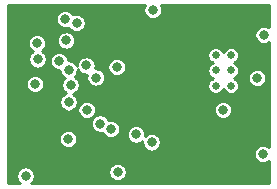
<source format=gbr>
G04 #@! TF.GenerationSoftware,KiCad,Pcbnew,(5.1.6)-1*
G04 #@! TF.CreationDate,2021-01-08T10:20:39+01:00*
G04 #@! TF.ProjectId,Lokdecoder_TI_altQuartz,4c6f6b64-6563-46f6-9465-725f54495f61,rev?*
G04 #@! TF.SameCoordinates,Original*
G04 #@! TF.FileFunction,Copper,L2,Inr*
G04 #@! TF.FilePolarity,Positive*
%FSLAX46Y46*%
G04 Gerber Fmt 4.6, Leading zero omitted, Abs format (unit mm)*
G04 Created by KiCad (PCBNEW (5.1.6)-1) date 2021-01-08 10:20:39*
%MOMM*%
%LPD*%
G01*
G04 APERTURE LIST*
G04 #@! TA.AperFunction,ViaPad*
%ADD10C,0.630000*%
G04 #@! TD*
G04 #@! TA.AperFunction,ViaPad*
%ADD11C,0.800000*%
G04 #@! TD*
G04 #@! TA.AperFunction,Conductor*
%ADD12C,0.254000*%
G04 #@! TD*
G04 APERTURE END LIST*
D10*
X65598000Y-108682000D03*
X65598000Y-109982000D03*
X66898000Y-109982000D03*
X66898000Y-108682000D03*
X65598000Y-111282000D03*
X66898000Y-111282000D03*
D11*
X50469800Y-107670600D03*
X49513159Y-118888841D03*
X50317400Y-111125000D03*
X53150002Y-109905800D03*
X54686200Y-113309400D03*
X57300342Y-118588764D03*
X60274200Y-104876600D03*
X55448200Y-110587798D03*
X53822600Y-105943400D03*
X49802215Y-112962039D03*
X56159400Y-109753400D03*
X57785000Y-114071400D03*
X65058982Y-116112982D03*
X57226200Y-109702600D03*
X54656439Y-109554148D03*
X69590002Y-117053400D03*
X56718200Y-114940999D03*
X66217800Y-113309400D03*
X53122668Y-115795033D03*
X60172600Y-116066000D03*
X58849998Y-115390998D03*
X55803800Y-114477800D03*
X52857400Y-105632458D03*
X52950315Y-107442000D03*
X52330064Y-109168798D03*
X50528902Y-109038591D03*
X53314600Y-111212800D03*
X53150002Y-112677843D03*
X69123000Y-110617000D03*
X69672200Y-106959400D03*
D12*
G36*
X59582087Y-104506658D02*
G01*
X59523213Y-104648791D01*
X59493200Y-104799678D01*
X59493200Y-104953522D01*
X59523213Y-105104409D01*
X59582087Y-105246542D01*
X59667558Y-105374459D01*
X59776341Y-105483242D01*
X59904258Y-105568713D01*
X60046391Y-105627587D01*
X60197278Y-105657600D01*
X60351122Y-105657600D01*
X60502009Y-105627587D01*
X60644142Y-105568713D01*
X60772059Y-105483242D01*
X60880842Y-105374459D01*
X60966313Y-105246542D01*
X61025187Y-105104409D01*
X61055200Y-104953522D01*
X61055200Y-104799678D01*
X61025187Y-104648791D01*
X60966313Y-104506658D01*
X60941685Y-104469800D01*
X70129801Y-104469800D01*
X70129801Y-106325858D01*
X70042142Y-106267287D01*
X69900009Y-106208413D01*
X69749122Y-106178400D01*
X69595278Y-106178400D01*
X69444391Y-106208413D01*
X69302258Y-106267287D01*
X69174341Y-106352758D01*
X69065558Y-106461541D01*
X68980087Y-106589458D01*
X68921213Y-106731591D01*
X68891200Y-106882478D01*
X68891200Y-107036322D01*
X68921213Y-107187209D01*
X68980087Y-107329342D01*
X69065558Y-107457259D01*
X69174341Y-107566042D01*
X69302258Y-107651513D01*
X69444391Y-107710387D01*
X69595278Y-107740400D01*
X69749122Y-107740400D01*
X69900009Y-107710387D01*
X70042142Y-107651513D01*
X70129801Y-107592942D01*
X70129800Y-116488697D01*
X70087861Y-116446758D01*
X69959944Y-116361287D01*
X69817811Y-116302413D01*
X69666924Y-116272400D01*
X69513080Y-116272400D01*
X69362193Y-116302413D01*
X69220060Y-116361287D01*
X69092143Y-116446758D01*
X68983360Y-116555541D01*
X68897889Y-116683458D01*
X68839015Y-116825591D01*
X68809002Y-116976478D01*
X68809002Y-117130322D01*
X68839015Y-117281209D01*
X68897889Y-117423342D01*
X68983360Y-117551259D01*
X69092143Y-117660042D01*
X69220060Y-117745513D01*
X69362193Y-117804387D01*
X69513080Y-117834400D01*
X69666924Y-117834400D01*
X69817811Y-117804387D01*
X69959944Y-117745513D01*
X70087861Y-117660042D01*
X70129800Y-117618103D01*
X70129800Y-119507400D01*
X49993183Y-119507400D01*
X50011018Y-119495483D01*
X50119801Y-119386700D01*
X50205272Y-119258783D01*
X50264146Y-119116650D01*
X50294159Y-118965763D01*
X50294159Y-118811919D01*
X50264146Y-118661032D01*
X50205272Y-118518899D01*
X50200557Y-118511842D01*
X56519342Y-118511842D01*
X56519342Y-118665686D01*
X56549355Y-118816573D01*
X56608229Y-118958706D01*
X56693700Y-119086623D01*
X56802483Y-119195406D01*
X56930400Y-119280877D01*
X57072533Y-119339751D01*
X57223420Y-119369764D01*
X57377264Y-119369764D01*
X57528151Y-119339751D01*
X57670284Y-119280877D01*
X57798201Y-119195406D01*
X57906984Y-119086623D01*
X57992455Y-118958706D01*
X58051329Y-118816573D01*
X58081342Y-118665686D01*
X58081342Y-118511842D01*
X58051329Y-118360955D01*
X57992455Y-118218822D01*
X57906984Y-118090905D01*
X57798201Y-117982122D01*
X57670284Y-117896651D01*
X57528151Y-117837777D01*
X57377264Y-117807764D01*
X57223420Y-117807764D01*
X57072533Y-117837777D01*
X56930400Y-117896651D01*
X56802483Y-117982122D01*
X56693700Y-118090905D01*
X56608229Y-118218822D01*
X56549355Y-118360955D01*
X56519342Y-118511842D01*
X50200557Y-118511842D01*
X50119801Y-118390982D01*
X50011018Y-118282199D01*
X49883101Y-118196728D01*
X49740968Y-118137854D01*
X49590081Y-118107841D01*
X49436237Y-118107841D01*
X49285350Y-118137854D01*
X49143217Y-118196728D01*
X49015300Y-118282199D01*
X48906517Y-118390982D01*
X48821046Y-118518899D01*
X48762172Y-118661032D01*
X48732159Y-118811919D01*
X48732159Y-118965763D01*
X48762172Y-119116650D01*
X48821046Y-119258783D01*
X48906517Y-119386700D01*
X49015300Y-119495483D01*
X49033135Y-119507400D01*
X48031000Y-119507400D01*
X48031000Y-115718111D01*
X52341668Y-115718111D01*
X52341668Y-115871955D01*
X52371681Y-116022842D01*
X52430555Y-116164975D01*
X52516026Y-116292892D01*
X52624809Y-116401675D01*
X52752726Y-116487146D01*
X52894859Y-116546020D01*
X53045746Y-116576033D01*
X53199590Y-116576033D01*
X53350477Y-116546020D01*
X53492610Y-116487146D01*
X53620527Y-116401675D01*
X53729310Y-116292892D01*
X53814781Y-116164975D01*
X53873655Y-116022842D01*
X53903668Y-115871955D01*
X53903668Y-115718111D01*
X53873655Y-115567224D01*
X53814781Y-115425091D01*
X53729310Y-115297174D01*
X53620527Y-115188391D01*
X53492610Y-115102920D01*
X53350477Y-115044046D01*
X53199590Y-115014033D01*
X53045746Y-115014033D01*
X52894859Y-115044046D01*
X52752726Y-115102920D01*
X52624809Y-115188391D01*
X52516026Y-115297174D01*
X52430555Y-115425091D01*
X52371681Y-115567224D01*
X52341668Y-115718111D01*
X48031000Y-115718111D01*
X48031000Y-114400878D01*
X55022800Y-114400878D01*
X55022800Y-114554722D01*
X55052813Y-114705609D01*
X55111687Y-114847742D01*
X55197158Y-114975659D01*
X55305941Y-115084442D01*
X55433858Y-115169913D01*
X55575991Y-115228787D01*
X55726878Y-115258800D01*
X55880722Y-115258800D01*
X55995068Y-115236055D01*
X56026087Y-115310941D01*
X56111558Y-115438858D01*
X56220341Y-115547641D01*
X56348258Y-115633112D01*
X56490391Y-115691986D01*
X56641278Y-115721999D01*
X56795122Y-115721999D01*
X56946009Y-115691986D01*
X57088142Y-115633112D01*
X57216059Y-115547641D01*
X57324842Y-115438858D01*
X57408218Y-115314076D01*
X58068998Y-115314076D01*
X58068998Y-115467920D01*
X58099011Y-115618807D01*
X58157885Y-115760940D01*
X58243356Y-115888857D01*
X58352139Y-115997640D01*
X58480056Y-116083111D01*
X58622189Y-116141985D01*
X58773076Y-116171998D01*
X58926920Y-116171998D01*
X59077807Y-116141985D01*
X59219940Y-116083111D01*
X59347857Y-115997640D01*
X59400335Y-115945162D01*
X59391600Y-115989078D01*
X59391600Y-116142922D01*
X59421613Y-116293809D01*
X59480487Y-116435942D01*
X59565958Y-116563859D01*
X59674741Y-116672642D01*
X59802658Y-116758113D01*
X59944791Y-116816987D01*
X60095678Y-116847000D01*
X60249522Y-116847000D01*
X60400409Y-116816987D01*
X60542542Y-116758113D01*
X60670459Y-116672642D01*
X60779242Y-116563859D01*
X60864713Y-116435942D01*
X60923587Y-116293809D01*
X60953600Y-116142922D01*
X60953600Y-115989078D01*
X60923587Y-115838191D01*
X60864713Y-115696058D01*
X60779242Y-115568141D01*
X60670459Y-115459358D01*
X60542542Y-115373887D01*
X60400409Y-115315013D01*
X60249522Y-115285000D01*
X60095678Y-115285000D01*
X59944791Y-115315013D01*
X59802658Y-115373887D01*
X59674741Y-115459358D01*
X59622263Y-115511836D01*
X59630998Y-115467920D01*
X59630998Y-115314076D01*
X59600985Y-115163189D01*
X59542111Y-115021056D01*
X59456640Y-114893139D01*
X59347857Y-114784356D01*
X59219940Y-114698885D01*
X59077807Y-114640011D01*
X58926920Y-114609998D01*
X58773076Y-114609998D01*
X58622189Y-114640011D01*
X58480056Y-114698885D01*
X58352139Y-114784356D01*
X58243356Y-114893139D01*
X58157885Y-115021056D01*
X58099011Y-115163189D01*
X58068998Y-115314076D01*
X57408218Y-115314076D01*
X57410313Y-115310941D01*
X57469187Y-115168808D01*
X57499200Y-115017921D01*
X57499200Y-114864077D01*
X57469187Y-114713190D01*
X57410313Y-114571057D01*
X57324842Y-114443140D01*
X57216059Y-114334357D01*
X57088142Y-114248886D01*
X56946009Y-114190012D01*
X56795122Y-114159999D01*
X56641278Y-114159999D01*
X56526932Y-114182744D01*
X56495913Y-114107858D01*
X56410442Y-113979941D01*
X56301659Y-113871158D01*
X56173742Y-113785687D01*
X56031609Y-113726813D01*
X55880722Y-113696800D01*
X55726878Y-113696800D01*
X55575991Y-113726813D01*
X55433858Y-113785687D01*
X55305941Y-113871158D01*
X55197158Y-113979941D01*
X55111687Y-114107858D01*
X55052813Y-114249991D01*
X55022800Y-114400878D01*
X48031000Y-114400878D01*
X48031000Y-111048078D01*
X49536400Y-111048078D01*
X49536400Y-111201922D01*
X49566413Y-111352809D01*
X49625287Y-111494942D01*
X49710758Y-111622859D01*
X49819541Y-111731642D01*
X49947458Y-111817113D01*
X50089591Y-111875987D01*
X50240478Y-111906000D01*
X50394322Y-111906000D01*
X50545209Y-111875987D01*
X50687342Y-111817113D01*
X50815259Y-111731642D01*
X50924042Y-111622859D01*
X51009513Y-111494942D01*
X51068387Y-111352809D01*
X51098400Y-111201922D01*
X51098400Y-111048078D01*
X51068387Y-110897191D01*
X51009513Y-110755058D01*
X50924042Y-110627141D01*
X50815259Y-110518358D01*
X50687342Y-110432887D01*
X50545209Y-110374013D01*
X50394322Y-110344000D01*
X50240478Y-110344000D01*
X50089591Y-110374013D01*
X49947458Y-110432887D01*
X49819541Y-110518358D01*
X49710758Y-110627141D01*
X49625287Y-110755058D01*
X49566413Y-110897191D01*
X49536400Y-111048078D01*
X48031000Y-111048078D01*
X48031000Y-107593678D01*
X49688800Y-107593678D01*
X49688800Y-107747522D01*
X49718813Y-107898409D01*
X49777687Y-108040542D01*
X49863158Y-108168459D01*
X49971941Y-108277242D01*
X50099858Y-108362713D01*
X50121343Y-108371613D01*
X50031043Y-108431949D01*
X49922260Y-108540732D01*
X49836789Y-108668649D01*
X49777915Y-108810782D01*
X49747902Y-108961669D01*
X49747902Y-109115513D01*
X49777915Y-109266400D01*
X49836789Y-109408533D01*
X49922260Y-109536450D01*
X50031043Y-109645233D01*
X50158960Y-109730704D01*
X50301093Y-109789578D01*
X50451980Y-109819591D01*
X50605824Y-109819591D01*
X50756711Y-109789578D01*
X50898844Y-109730704D01*
X51026761Y-109645233D01*
X51135544Y-109536450D01*
X51221015Y-109408533D01*
X51279889Y-109266400D01*
X51309902Y-109115513D01*
X51309902Y-109091876D01*
X51549064Y-109091876D01*
X51549064Y-109245720D01*
X51579077Y-109396607D01*
X51637951Y-109538740D01*
X51723422Y-109666657D01*
X51832205Y-109775440D01*
X51960122Y-109860911D01*
X52102255Y-109919785D01*
X52253142Y-109949798D01*
X52369002Y-109949798D01*
X52369002Y-109982722D01*
X52399015Y-110133609D01*
X52457889Y-110275742D01*
X52543360Y-110403659D01*
X52652143Y-110512442D01*
X52780060Y-110597913D01*
X52811827Y-110611072D01*
X52707958Y-110714941D01*
X52622487Y-110842858D01*
X52563613Y-110984991D01*
X52533600Y-111135878D01*
X52533600Y-111289722D01*
X52563613Y-111440609D01*
X52622487Y-111582742D01*
X52707958Y-111710659D01*
X52816741Y-111819442D01*
X52944658Y-111904913D01*
X52973159Y-111916718D01*
X52922193Y-111926856D01*
X52780060Y-111985730D01*
X52652143Y-112071201D01*
X52543360Y-112179984D01*
X52457889Y-112307901D01*
X52399015Y-112450034D01*
X52369002Y-112600921D01*
X52369002Y-112754765D01*
X52399015Y-112905652D01*
X52457889Y-113047785D01*
X52543360Y-113175702D01*
X52652143Y-113284485D01*
X52780060Y-113369956D01*
X52922193Y-113428830D01*
X53073080Y-113458843D01*
X53226924Y-113458843D01*
X53377811Y-113428830D01*
X53519944Y-113369956D01*
X53647861Y-113284485D01*
X53699868Y-113232478D01*
X53905200Y-113232478D01*
X53905200Y-113386322D01*
X53935213Y-113537209D01*
X53994087Y-113679342D01*
X54079558Y-113807259D01*
X54188341Y-113916042D01*
X54316258Y-114001513D01*
X54458391Y-114060387D01*
X54609278Y-114090400D01*
X54763122Y-114090400D01*
X54914009Y-114060387D01*
X55056142Y-114001513D01*
X55184059Y-113916042D01*
X55292842Y-113807259D01*
X55378313Y-113679342D01*
X55437187Y-113537209D01*
X55467200Y-113386322D01*
X55467200Y-113232478D01*
X65436800Y-113232478D01*
X65436800Y-113386322D01*
X65466813Y-113537209D01*
X65525687Y-113679342D01*
X65611158Y-113807259D01*
X65719941Y-113916042D01*
X65847858Y-114001513D01*
X65989991Y-114060387D01*
X66140878Y-114090400D01*
X66294722Y-114090400D01*
X66445609Y-114060387D01*
X66587742Y-114001513D01*
X66715659Y-113916042D01*
X66824442Y-113807259D01*
X66909913Y-113679342D01*
X66968787Y-113537209D01*
X66998800Y-113386322D01*
X66998800Y-113232478D01*
X66968787Y-113081591D01*
X66909913Y-112939458D01*
X66824442Y-112811541D01*
X66715659Y-112702758D01*
X66587742Y-112617287D01*
X66445609Y-112558413D01*
X66294722Y-112528400D01*
X66140878Y-112528400D01*
X65989991Y-112558413D01*
X65847858Y-112617287D01*
X65719941Y-112702758D01*
X65611158Y-112811541D01*
X65525687Y-112939458D01*
X65466813Y-113081591D01*
X65436800Y-113232478D01*
X55467200Y-113232478D01*
X55437187Y-113081591D01*
X55378313Y-112939458D01*
X55292842Y-112811541D01*
X55184059Y-112702758D01*
X55056142Y-112617287D01*
X54914009Y-112558413D01*
X54763122Y-112528400D01*
X54609278Y-112528400D01*
X54458391Y-112558413D01*
X54316258Y-112617287D01*
X54188341Y-112702758D01*
X54079558Y-112811541D01*
X53994087Y-112939458D01*
X53935213Y-113081591D01*
X53905200Y-113232478D01*
X53699868Y-113232478D01*
X53756644Y-113175702D01*
X53842115Y-113047785D01*
X53900989Y-112905652D01*
X53931002Y-112754765D01*
X53931002Y-112600921D01*
X53900989Y-112450034D01*
X53842115Y-112307901D01*
X53756644Y-112179984D01*
X53647861Y-112071201D01*
X53519944Y-111985730D01*
X53491443Y-111973925D01*
X53542409Y-111963787D01*
X53684542Y-111904913D01*
X53812459Y-111819442D01*
X53921242Y-111710659D01*
X54006713Y-111582742D01*
X54065587Y-111440609D01*
X54095600Y-111289722D01*
X54095600Y-111135878D01*
X54065587Y-110984991D01*
X54006713Y-110842858D01*
X53921242Y-110714941D01*
X53812459Y-110606158D01*
X53684542Y-110520687D01*
X53652775Y-110507528D01*
X53756644Y-110403659D01*
X53842115Y-110275742D01*
X53900989Y-110133609D01*
X53931002Y-109982722D01*
X53931002Y-109843640D01*
X53964326Y-109924090D01*
X54049797Y-110052007D01*
X54158580Y-110160790D01*
X54286497Y-110246261D01*
X54428630Y-110305135D01*
X54579517Y-110335148D01*
X54707503Y-110335148D01*
X54697213Y-110359989D01*
X54667200Y-110510876D01*
X54667200Y-110664720D01*
X54697213Y-110815607D01*
X54756087Y-110957740D01*
X54841558Y-111085657D01*
X54950341Y-111194440D01*
X55078258Y-111279911D01*
X55220391Y-111338785D01*
X55371278Y-111368798D01*
X55525122Y-111368798D01*
X55676009Y-111338785D01*
X55818142Y-111279911D01*
X55946059Y-111194440D01*
X56054842Y-111085657D01*
X56140313Y-110957740D01*
X56199187Y-110815607D01*
X56229200Y-110664720D01*
X56229200Y-110510876D01*
X56199187Y-110359989D01*
X56140313Y-110217856D01*
X56054842Y-110089939D01*
X55946059Y-109981156D01*
X55818142Y-109895685D01*
X55676009Y-109836811D01*
X55525122Y-109806798D01*
X55397136Y-109806798D01*
X55407426Y-109781957D01*
X55437439Y-109631070D01*
X55437439Y-109625678D01*
X56445200Y-109625678D01*
X56445200Y-109779522D01*
X56475213Y-109930409D01*
X56534087Y-110072542D01*
X56619558Y-110200459D01*
X56728341Y-110309242D01*
X56856258Y-110394713D01*
X56998391Y-110453587D01*
X57149278Y-110483600D01*
X57303122Y-110483600D01*
X57454009Y-110453587D01*
X57596142Y-110394713D01*
X57724059Y-110309242D01*
X57832842Y-110200459D01*
X57918313Y-110072542D01*
X57977187Y-109930409D01*
X58007200Y-109779522D01*
X58007200Y-109625678D01*
X57977187Y-109474791D01*
X57918313Y-109332658D01*
X57832842Y-109204741D01*
X57724059Y-109095958D01*
X57596142Y-109010487D01*
X57454009Y-108951613D01*
X57303122Y-108921600D01*
X57149278Y-108921600D01*
X56998391Y-108951613D01*
X56856258Y-109010487D01*
X56728341Y-109095958D01*
X56619558Y-109204741D01*
X56534087Y-109332658D01*
X56475213Y-109474791D01*
X56445200Y-109625678D01*
X55437439Y-109625678D01*
X55437439Y-109477226D01*
X55407426Y-109326339D01*
X55348552Y-109184206D01*
X55263081Y-109056289D01*
X55154298Y-108947506D01*
X55026381Y-108862035D01*
X54884248Y-108803161D01*
X54733361Y-108773148D01*
X54579517Y-108773148D01*
X54428630Y-108803161D01*
X54286497Y-108862035D01*
X54158580Y-108947506D01*
X54049797Y-109056289D01*
X53964326Y-109184206D01*
X53905452Y-109326339D01*
X53875439Y-109477226D01*
X53875439Y-109616308D01*
X53842115Y-109535858D01*
X53756644Y-109407941D01*
X53647861Y-109299158D01*
X53519944Y-109213687D01*
X53377811Y-109154813D01*
X53226924Y-109124800D01*
X53111064Y-109124800D01*
X53111064Y-109091876D01*
X53081051Y-108940989D01*
X53022177Y-108798856D01*
X52936706Y-108670939D01*
X52879217Y-108613450D01*
X64902000Y-108613450D01*
X64902000Y-108750550D01*
X64928747Y-108885016D01*
X64981212Y-109011680D01*
X65057381Y-109125674D01*
X65154326Y-109222619D01*
X65268320Y-109298788D01*
X65348502Y-109332000D01*
X65268320Y-109365212D01*
X65154326Y-109441381D01*
X65057381Y-109538326D01*
X64981212Y-109652320D01*
X64928747Y-109778984D01*
X64902000Y-109913450D01*
X64902000Y-110050550D01*
X64928747Y-110185016D01*
X64981212Y-110311680D01*
X65057381Y-110425674D01*
X65154326Y-110522619D01*
X65268320Y-110598788D01*
X65348502Y-110632000D01*
X65268320Y-110665212D01*
X65154326Y-110741381D01*
X65057381Y-110838326D01*
X64981212Y-110952320D01*
X64928747Y-111078984D01*
X64902000Y-111213450D01*
X64902000Y-111350550D01*
X64928747Y-111485016D01*
X64981212Y-111611680D01*
X65057381Y-111725674D01*
X65154326Y-111822619D01*
X65268320Y-111898788D01*
X65394984Y-111951253D01*
X65529450Y-111978000D01*
X65666550Y-111978000D01*
X65801016Y-111951253D01*
X65927680Y-111898788D01*
X66041674Y-111822619D01*
X66138619Y-111725674D01*
X66214788Y-111611680D01*
X66248000Y-111531498D01*
X66281212Y-111611680D01*
X66357381Y-111725674D01*
X66454326Y-111822619D01*
X66568320Y-111898788D01*
X66694984Y-111951253D01*
X66829450Y-111978000D01*
X66966550Y-111978000D01*
X67101016Y-111951253D01*
X67227680Y-111898788D01*
X67341674Y-111822619D01*
X67438619Y-111725674D01*
X67514788Y-111611680D01*
X67567253Y-111485016D01*
X67594000Y-111350550D01*
X67594000Y-111213450D01*
X67567253Y-111078984D01*
X67514788Y-110952320D01*
X67438619Y-110838326D01*
X67341674Y-110741381D01*
X67227680Y-110665212D01*
X67147498Y-110632000D01*
X67227680Y-110598788D01*
X67315544Y-110540078D01*
X68342000Y-110540078D01*
X68342000Y-110693922D01*
X68372013Y-110844809D01*
X68430887Y-110986942D01*
X68516358Y-111114859D01*
X68625141Y-111223642D01*
X68753058Y-111309113D01*
X68895191Y-111367987D01*
X69046078Y-111398000D01*
X69199922Y-111398000D01*
X69350809Y-111367987D01*
X69492942Y-111309113D01*
X69620859Y-111223642D01*
X69729642Y-111114859D01*
X69815113Y-110986942D01*
X69873987Y-110844809D01*
X69904000Y-110693922D01*
X69904000Y-110540078D01*
X69873987Y-110389191D01*
X69815113Y-110247058D01*
X69729642Y-110119141D01*
X69620859Y-110010358D01*
X69492942Y-109924887D01*
X69350809Y-109866013D01*
X69199922Y-109836000D01*
X69046078Y-109836000D01*
X68895191Y-109866013D01*
X68753058Y-109924887D01*
X68625141Y-110010358D01*
X68516358Y-110119141D01*
X68430887Y-110247058D01*
X68372013Y-110389191D01*
X68342000Y-110540078D01*
X67315544Y-110540078D01*
X67341674Y-110522619D01*
X67438619Y-110425674D01*
X67514788Y-110311680D01*
X67567253Y-110185016D01*
X67594000Y-110050550D01*
X67594000Y-109913450D01*
X67567253Y-109778984D01*
X67514788Y-109652320D01*
X67438619Y-109538326D01*
X67341674Y-109441381D01*
X67227680Y-109365212D01*
X67147498Y-109332000D01*
X67227680Y-109298788D01*
X67341674Y-109222619D01*
X67438619Y-109125674D01*
X67514788Y-109011680D01*
X67567253Y-108885016D01*
X67594000Y-108750550D01*
X67594000Y-108613450D01*
X67567253Y-108478984D01*
X67514788Y-108352320D01*
X67438619Y-108238326D01*
X67341674Y-108141381D01*
X67227680Y-108065212D01*
X67101016Y-108012747D01*
X66966550Y-107986000D01*
X66829450Y-107986000D01*
X66694984Y-108012747D01*
X66568320Y-108065212D01*
X66454326Y-108141381D01*
X66357381Y-108238326D01*
X66281212Y-108352320D01*
X66248000Y-108432502D01*
X66214788Y-108352320D01*
X66138619Y-108238326D01*
X66041674Y-108141381D01*
X65927680Y-108065212D01*
X65801016Y-108012747D01*
X65666550Y-107986000D01*
X65529450Y-107986000D01*
X65394984Y-108012747D01*
X65268320Y-108065212D01*
X65154326Y-108141381D01*
X65057381Y-108238326D01*
X64981212Y-108352320D01*
X64928747Y-108478984D01*
X64902000Y-108613450D01*
X52879217Y-108613450D01*
X52827923Y-108562156D01*
X52700006Y-108476685D01*
X52557873Y-108417811D01*
X52406986Y-108387798D01*
X52253142Y-108387798D01*
X52102255Y-108417811D01*
X51960122Y-108476685D01*
X51832205Y-108562156D01*
X51723422Y-108670939D01*
X51637951Y-108798856D01*
X51579077Y-108940989D01*
X51549064Y-109091876D01*
X51309902Y-109091876D01*
X51309902Y-108961669D01*
X51279889Y-108810782D01*
X51221015Y-108668649D01*
X51135544Y-108540732D01*
X51026761Y-108431949D01*
X50898844Y-108346478D01*
X50877359Y-108337578D01*
X50967659Y-108277242D01*
X51076442Y-108168459D01*
X51161913Y-108040542D01*
X51220787Y-107898409D01*
X51250800Y-107747522D01*
X51250800Y-107593678D01*
X51220787Y-107442791D01*
X51188597Y-107365078D01*
X52169315Y-107365078D01*
X52169315Y-107518922D01*
X52199328Y-107669809D01*
X52258202Y-107811942D01*
X52343673Y-107939859D01*
X52452456Y-108048642D01*
X52580373Y-108134113D01*
X52722506Y-108192987D01*
X52873393Y-108223000D01*
X53027237Y-108223000D01*
X53178124Y-108192987D01*
X53320257Y-108134113D01*
X53448174Y-108048642D01*
X53556957Y-107939859D01*
X53642428Y-107811942D01*
X53701302Y-107669809D01*
X53731315Y-107518922D01*
X53731315Y-107365078D01*
X53701302Y-107214191D01*
X53642428Y-107072058D01*
X53556957Y-106944141D01*
X53448174Y-106835358D01*
X53320257Y-106749887D01*
X53178124Y-106691013D01*
X53027237Y-106661000D01*
X52873393Y-106661000D01*
X52722506Y-106691013D01*
X52580373Y-106749887D01*
X52452456Y-106835358D01*
X52343673Y-106944141D01*
X52258202Y-107072058D01*
X52199328Y-107214191D01*
X52169315Y-107365078D01*
X51188597Y-107365078D01*
X51161913Y-107300658D01*
X51076442Y-107172741D01*
X50967659Y-107063958D01*
X50839742Y-106978487D01*
X50697609Y-106919613D01*
X50546722Y-106889600D01*
X50392878Y-106889600D01*
X50241991Y-106919613D01*
X50099858Y-106978487D01*
X49971941Y-107063958D01*
X49863158Y-107172741D01*
X49777687Y-107300658D01*
X49718813Y-107442791D01*
X49688800Y-107593678D01*
X48031000Y-107593678D01*
X48031000Y-105555536D01*
X52076400Y-105555536D01*
X52076400Y-105709380D01*
X52106413Y-105860267D01*
X52165287Y-106002400D01*
X52250758Y-106130317D01*
X52359541Y-106239100D01*
X52487458Y-106324571D01*
X52629591Y-106383445D01*
X52780478Y-106413458D01*
X52934322Y-106413458D01*
X53085209Y-106383445D01*
X53157359Y-106353559D01*
X53215958Y-106441259D01*
X53324741Y-106550042D01*
X53452658Y-106635513D01*
X53594791Y-106694387D01*
X53745678Y-106724400D01*
X53899522Y-106724400D01*
X54050409Y-106694387D01*
X54192542Y-106635513D01*
X54320459Y-106550042D01*
X54429242Y-106441259D01*
X54514713Y-106313342D01*
X54573587Y-106171209D01*
X54603600Y-106020322D01*
X54603600Y-105866478D01*
X54573587Y-105715591D01*
X54514713Y-105573458D01*
X54429242Y-105445541D01*
X54320459Y-105336758D01*
X54192542Y-105251287D01*
X54050409Y-105192413D01*
X53899522Y-105162400D01*
X53745678Y-105162400D01*
X53594791Y-105192413D01*
X53522641Y-105222299D01*
X53464042Y-105134599D01*
X53355259Y-105025816D01*
X53227342Y-104940345D01*
X53085209Y-104881471D01*
X52934322Y-104851458D01*
X52780478Y-104851458D01*
X52629591Y-104881471D01*
X52487458Y-104940345D01*
X52359541Y-105025816D01*
X52250758Y-105134599D01*
X52165287Y-105262516D01*
X52106413Y-105404649D01*
X52076400Y-105555536D01*
X48031000Y-105555536D01*
X48031000Y-104469800D01*
X59606715Y-104469800D01*
X59582087Y-104506658D01*
G37*
X59582087Y-104506658D02*
X59523213Y-104648791D01*
X59493200Y-104799678D01*
X59493200Y-104953522D01*
X59523213Y-105104409D01*
X59582087Y-105246542D01*
X59667558Y-105374459D01*
X59776341Y-105483242D01*
X59904258Y-105568713D01*
X60046391Y-105627587D01*
X60197278Y-105657600D01*
X60351122Y-105657600D01*
X60502009Y-105627587D01*
X60644142Y-105568713D01*
X60772059Y-105483242D01*
X60880842Y-105374459D01*
X60966313Y-105246542D01*
X61025187Y-105104409D01*
X61055200Y-104953522D01*
X61055200Y-104799678D01*
X61025187Y-104648791D01*
X60966313Y-104506658D01*
X60941685Y-104469800D01*
X70129801Y-104469800D01*
X70129801Y-106325858D01*
X70042142Y-106267287D01*
X69900009Y-106208413D01*
X69749122Y-106178400D01*
X69595278Y-106178400D01*
X69444391Y-106208413D01*
X69302258Y-106267287D01*
X69174341Y-106352758D01*
X69065558Y-106461541D01*
X68980087Y-106589458D01*
X68921213Y-106731591D01*
X68891200Y-106882478D01*
X68891200Y-107036322D01*
X68921213Y-107187209D01*
X68980087Y-107329342D01*
X69065558Y-107457259D01*
X69174341Y-107566042D01*
X69302258Y-107651513D01*
X69444391Y-107710387D01*
X69595278Y-107740400D01*
X69749122Y-107740400D01*
X69900009Y-107710387D01*
X70042142Y-107651513D01*
X70129801Y-107592942D01*
X70129800Y-116488697D01*
X70087861Y-116446758D01*
X69959944Y-116361287D01*
X69817811Y-116302413D01*
X69666924Y-116272400D01*
X69513080Y-116272400D01*
X69362193Y-116302413D01*
X69220060Y-116361287D01*
X69092143Y-116446758D01*
X68983360Y-116555541D01*
X68897889Y-116683458D01*
X68839015Y-116825591D01*
X68809002Y-116976478D01*
X68809002Y-117130322D01*
X68839015Y-117281209D01*
X68897889Y-117423342D01*
X68983360Y-117551259D01*
X69092143Y-117660042D01*
X69220060Y-117745513D01*
X69362193Y-117804387D01*
X69513080Y-117834400D01*
X69666924Y-117834400D01*
X69817811Y-117804387D01*
X69959944Y-117745513D01*
X70087861Y-117660042D01*
X70129800Y-117618103D01*
X70129800Y-119507400D01*
X49993183Y-119507400D01*
X50011018Y-119495483D01*
X50119801Y-119386700D01*
X50205272Y-119258783D01*
X50264146Y-119116650D01*
X50294159Y-118965763D01*
X50294159Y-118811919D01*
X50264146Y-118661032D01*
X50205272Y-118518899D01*
X50200557Y-118511842D01*
X56519342Y-118511842D01*
X56519342Y-118665686D01*
X56549355Y-118816573D01*
X56608229Y-118958706D01*
X56693700Y-119086623D01*
X56802483Y-119195406D01*
X56930400Y-119280877D01*
X57072533Y-119339751D01*
X57223420Y-119369764D01*
X57377264Y-119369764D01*
X57528151Y-119339751D01*
X57670284Y-119280877D01*
X57798201Y-119195406D01*
X57906984Y-119086623D01*
X57992455Y-118958706D01*
X58051329Y-118816573D01*
X58081342Y-118665686D01*
X58081342Y-118511842D01*
X58051329Y-118360955D01*
X57992455Y-118218822D01*
X57906984Y-118090905D01*
X57798201Y-117982122D01*
X57670284Y-117896651D01*
X57528151Y-117837777D01*
X57377264Y-117807764D01*
X57223420Y-117807764D01*
X57072533Y-117837777D01*
X56930400Y-117896651D01*
X56802483Y-117982122D01*
X56693700Y-118090905D01*
X56608229Y-118218822D01*
X56549355Y-118360955D01*
X56519342Y-118511842D01*
X50200557Y-118511842D01*
X50119801Y-118390982D01*
X50011018Y-118282199D01*
X49883101Y-118196728D01*
X49740968Y-118137854D01*
X49590081Y-118107841D01*
X49436237Y-118107841D01*
X49285350Y-118137854D01*
X49143217Y-118196728D01*
X49015300Y-118282199D01*
X48906517Y-118390982D01*
X48821046Y-118518899D01*
X48762172Y-118661032D01*
X48732159Y-118811919D01*
X48732159Y-118965763D01*
X48762172Y-119116650D01*
X48821046Y-119258783D01*
X48906517Y-119386700D01*
X49015300Y-119495483D01*
X49033135Y-119507400D01*
X48031000Y-119507400D01*
X48031000Y-115718111D01*
X52341668Y-115718111D01*
X52341668Y-115871955D01*
X52371681Y-116022842D01*
X52430555Y-116164975D01*
X52516026Y-116292892D01*
X52624809Y-116401675D01*
X52752726Y-116487146D01*
X52894859Y-116546020D01*
X53045746Y-116576033D01*
X53199590Y-116576033D01*
X53350477Y-116546020D01*
X53492610Y-116487146D01*
X53620527Y-116401675D01*
X53729310Y-116292892D01*
X53814781Y-116164975D01*
X53873655Y-116022842D01*
X53903668Y-115871955D01*
X53903668Y-115718111D01*
X53873655Y-115567224D01*
X53814781Y-115425091D01*
X53729310Y-115297174D01*
X53620527Y-115188391D01*
X53492610Y-115102920D01*
X53350477Y-115044046D01*
X53199590Y-115014033D01*
X53045746Y-115014033D01*
X52894859Y-115044046D01*
X52752726Y-115102920D01*
X52624809Y-115188391D01*
X52516026Y-115297174D01*
X52430555Y-115425091D01*
X52371681Y-115567224D01*
X52341668Y-115718111D01*
X48031000Y-115718111D01*
X48031000Y-114400878D01*
X55022800Y-114400878D01*
X55022800Y-114554722D01*
X55052813Y-114705609D01*
X55111687Y-114847742D01*
X55197158Y-114975659D01*
X55305941Y-115084442D01*
X55433858Y-115169913D01*
X55575991Y-115228787D01*
X55726878Y-115258800D01*
X55880722Y-115258800D01*
X55995068Y-115236055D01*
X56026087Y-115310941D01*
X56111558Y-115438858D01*
X56220341Y-115547641D01*
X56348258Y-115633112D01*
X56490391Y-115691986D01*
X56641278Y-115721999D01*
X56795122Y-115721999D01*
X56946009Y-115691986D01*
X57088142Y-115633112D01*
X57216059Y-115547641D01*
X57324842Y-115438858D01*
X57408218Y-115314076D01*
X58068998Y-115314076D01*
X58068998Y-115467920D01*
X58099011Y-115618807D01*
X58157885Y-115760940D01*
X58243356Y-115888857D01*
X58352139Y-115997640D01*
X58480056Y-116083111D01*
X58622189Y-116141985D01*
X58773076Y-116171998D01*
X58926920Y-116171998D01*
X59077807Y-116141985D01*
X59219940Y-116083111D01*
X59347857Y-115997640D01*
X59400335Y-115945162D01*
X59391600Y-115989078D01*
X59391600Y-116142922D01*
X59421613Y-116293809D01*
X59480487Y-116435942D01*
X59565958Y-116563859D01*
X59674741Y-116672642D01*
X59802658Y-116758113D01*
X59944791Y-116816987D01*
X60095678Y-116847000D01*
X60249522Y-116847000D01*
X60400409Y-116816987D01*
X60542542Y-116758113D01*
X60670459Y-116672642D01*
X60779242Y-116563859D01*
X60864713Y-116435942D01*
X60923587Y-116293809D01*
X60953600Y-116142922D01*
X60953600Y-115989078D01*
X60923587Y-115838191D01*
X60864713Y-115696058D01*
X60779242Y-115568141D01*
X60670459Y-115459358D01*
X60542542Y-115373887D01*
X60400409Y-115315013D01*
X60249522Y-115285000D01*
X60095678Y-115285000D01*
X59944791Y-115315013D01*
X59802658Y-115373887D01*
X59674741Y-115459358D01*
X59622263Y-115511836D01*
X59630998Y-115467920D01*
X59630998Y-115314076D01*
X59600985Y-115163189D01*
X59542111Y-115021056D01*
X59456640Y-114893139D01*
X59347857Y-114784356D01*
X59219940Y-114698885D01*
X59077807Y-114640011D01*
X58926920Y-114609998D01*
X58773076Y-114609998D01*
X58622189Y-114640011D01*
X58480056Y-114698885D01*
X58352139Y-114784356D01*
X58243356Y-114893139D01*
X58157885Y-115021056D01*
X58099011Y-115163189D01*
X58068998Y-115314076D01*
X57408218Y-115314076D01*
X57410313Y-115310941D01*
X57469187Y-115168808D01*
X57499200Y-115017921D01*
X57499200Y-114864077D01*
X57469187Y-114713190D01*
X57410313Y-114571057D01*
X57324842Y-114443140D01*
X57216059Y-114334357D01*
X57088142Y-114248886D01*
X56946009Y-114190012D01*
X56795122Y-114159999D01*
X56641278Y-114159999D01*
X56526932Y-114182744D01*
X56495913Y-114107858D01*
X56410442Y-113979941D01*
X56301659Y-113871158D01*
X56173742Y-113785687D01*
X56031609Y-113726813D01*
X55880722Y-113696800D01*
X55726878Y-113696800D01*
X55575991Y-113726813D01*
X55433858Y-113785687D01*
X55305941Y-113871158D01*
X55197158Y-113979941D01*
X55111687Y-114107858D01*
X55052813Y-114249991D01*
X55022800Y-114400878D01*
X48031000Y-114400878D01*
X48031000Y-111048078D01*
X49536400Y-111048078D01*
X49536400Y-111201922D01*
X49566413Y-111352809D01*
X49625287Y-111494942D01*
X49710758Y-111622859D01*
X49819541Y-111731642D01*
X49947458Y-111817113D01*
X50089591Y-111875987D01*
X50240478Y-111906000D01*
X50394322Y-111906000D01*
X50545209Y-111875987D01*
X50687342Y-111817113D01*
X50815259Y-111731642D01*
X50924042Y-111622859D01*
X51009513Y-111494942D01*
X51068387Y-111352809D01*
X51098400Y-111201922D01*
X51098400Y-111048078D01*
X51068387Y-110897191D01*
X51009513Y-110755058D01*
X50924042Y-110627141D01*
X50815259Y-110518358D01*
X50687342Y-110432887D01*
X50545209Y-110374013D01*
X50394322Y-110344000D01*
X50240478Y-110344000D01*
X50089591Y-110374013D01*
X49947458Y-110432887D01*
X49819541Y-110518358D01*
X49710758Y-110627141D01*
X49625287Y-110755058D01*
X49566413Y-110897191D01*
X49536400Y-111048078D01*
X48031000Y-111048078D01*
X48031000Y-107593678D01*
X49688800Y-107593678D01*
X49688800Y-107747522D01*
X49718813Y-107898409D01*
X49777687Y-108040542D01*
X49863158Y-108168459D01*
X49971941Y-108277242D01*
X50099858Y-108362713D01*
X50121343Y-108371613D01*
X50031043Y-108431949D01*
X49922260Y-108540732D01*
X49836789Y-108668649D01*
X49777915Y-108810782D01*
X49747902Y-108961669D01*
X49747902Y-109115513D01*
X49777915Y-109266400D01*
X49836789Y-109408533D01*
X49922260Y-109536450D01*
X50031043Y-109645233D01*
X50158960Y-109730704D01*
X50301093Y-109789578D01*
X50451980Y-109819591D01*
X50605824Y-109819591D01*
X50756711Y-109789578D01*
X50898844Y-109730704D01*
X51026761Y-109645233D01*
X51135544Y-109536450D01*
X51221015Y-109408533D01*
X51279889Y-109266400D01*
X51309902Y-109115513D01*
X51309902Y-109091876D01*
X51549064Y-109091876D01*
X51549064Y-109245720D01*
X51579077Y-109396607D01*
X51637951Y-109538740D01*
X51723422Y-109666657D01*
X51832205Y-109775440D01*
X51960122Y-109860911D01*
X52102255Y-109919785D01*
X52253142Y-109949798D01*
X52369002Y-109949798D01*
X52369002Y-109982722D01*
X52399015Y-110133609D01*
X52457889Y-110275742D01*
X52543360Y-110403659D01*
X52652143Y-110512442D01*
X52780060Y-110597913D01*
X52811827Y-110611072D01*
X52707958Y-110714941D01*
X52622487Y-110842858D01*
X52563613Y-110984991D01*
X52533600Y-111135878D01*
X52533600Y-111289722D01*
X52563613Y-111440609D01*
X52622487Y-111582742D01*
X52707958Y-111710659D01*
X52816741Y-111819442D01*
X52944658Y-111904913D01*
X52973159Y-111916718D01*
X52922193Y-111926856D01*
X52780060Y-111985730D01*
X52652143Y-112071201D01*
X52543360Y-112179984D01*
X52457889Y-112307901D01*
X52399015Y-112450034D01*
X52369002Y-112600921D01*
X52369002Y-112754765D01*
X52399015Y-112905652D01*
X52457889Y-113047785D01*
X52543360Y-113175702D01*
X52652143Y-113284485D01*
X52780060Y-113369956D01*
X52922193Y-113428830D01*
X53073080Y-113458843D01*
X53226924Y-113458843D01*
X53377811Y-113428830D01*
X53519944Y-113369956D01*
X53647861Y-113284485D01*
X53699868Y-113232478D01*
X53905200Y-113232478D01*
X53905200Y-113386322D01*
X53935213Y-113537209D01*
X53994087Y-113679342D01*
X54079558Y-113807259D01*
X54188341Y-113916042D01*
X54316258Y-114001513D01*
X54458391Y-114060387D01*
X54609278Y-114090400D01*
X54763122Y-114090400D01*
X54914009Y-114060387D01*
X55056142Y-114001513D01*
X55184059Y-113916042D01*
X55292842Y-113807259D01*
X55378313Y-113679342D01*
X55437187Y-113537209D01*
X55467200Y-113386322D01*
X55467200Y-113232478D01*
X65436800Y-113232478D01*
X65436800Y-113386322D01*
X65466813Y-113537209D01*
X65525687Y-113679342D01*
X65611158Y-113807259D01*
X65719941Y-113916042D01*
X65847858Y-114001513D01*
X65989991Y-114060387D01*
X66140878Y-114090400D01*
X66294722Y-114090400D01*
X66445609Y-114060387D01*
X66587742Y-114001513D01*
X66715659Y-113916042D01*
X66824442Y-113807259D01*
X66909913Y-113679342D01*
X66968787Y-113537209D01*
X66998800Y-113386322D01*
X66998800Y-113232478D01*
X66968787Y-113081591D01*
X66909913Y-112939458D01*
X66824442Y-112811541D01*
X66715659Y-112702758D01*
X66587742Y-112617287D01*
X66445609Y-112558413D01*
X66294722Y-112528400D01*
X66140878Y-112528400D01*
X65989991Y-112558413D01*
X65847858Y-112617287D01*
X65719941Y-112702758D01*
X65611158Y-112811541D01*
X65525687Y-112939458D01*
X65466813Y-113081591D01*
X65436800Y-113232478D01*
X55467200Y-113232478D01*
X55437187Y-113081591D01*
X55378313Y-112939458D01*
X55292842Y-112811541D01*
X55184059Y-112702758D01*
X55056142Y-112617287D01*
X54914009Y-112558413D01*
X54763122Y-112528400D01*
X54609278Y-112528400D01*
X54458391Y-112558413D01*
X54316258Y-112617287D01*
X54188341Y-112702758D01*
X54079558Y-112811541D01*
X53994087Y-112939458D01*
X53935213Y-113081591D01*
X53905200Y-113232478D01*
X53699868Y-113232478D01*
X53756644Y-113175702D01*
X53842115Y-113047785D01*
X53900989Y-112905652D01*
X53931002Y-112754765D01*
X53931002Y-112600921D01*
X53900989Y-112450034D01*
X53842115Y-112307901D01*
X53756644Y-112179984D01*
X53647861Y-112071201D01*
X53519944Y-111985730D01*
X53491443Y-111973925D01*
X53542409Y-111963787D01*
X53684542Y-111904913D01*
X53812459Y-111819442D01*
X53921242Y-111710659D01*
X54006713Y-111582742D01*
X54065587Y-111440609D01*
X54095600Y-111289722D01*
X54095600Y-111135878D01*
X54065587Y-110984991D01*
X54006713Y-110842858D01*
X53921242Y-110714941D01*
X53812459Y-110606158D01*
X53684542Y-110520687D01*
X53652775Y-110507528D01*
X53756644Y-110403659D01*
X53842115Y-110275742D01*
X53900989Y-110133609D01*
X53931002Y-109982722D01*
X53931002Y-109843640D01*
X53964326Y-109924090D01*
X54049797Y-110052007D01*
X54158580Y-110160790D01*
X54286497Y-110246261D01*
X54428630Y-110305135D01*
X54579517Y-110335148D01*
X54707503Y-110335148D01*
X54697213Y-110359989D01*
X54667200Y-110510876D01*
X54667200Y-110664720D01*
X54697213Y-110815607D01*
X54756087Y-110957740D01*
X54841558Y-111085657D01*
X54950341Y-111194440D01*
X55078258Y-111279911D01*
X55220391Y-111338785D01*
X55371278Y-111368798D01*
X55525122Y-111368798D01*
X55676009Y-111338785D01*
X55818142Y-111279911D01*
X55946059Y-111194440D01*
X56054842Y-111085657D01*
X56140313Y-110957740D01*
X56199187Y-110815607D01*
X56229200Y-110664720D01*
X56229200Y-110510876D01*
X56199187Y-110359989D01*
X56140313Y-110217856D01*
X56054842Y-110089939D01*
X55946059Y-109981156D01*
X55818142Y-109895685D01*
X55676009Y-109836811D01*
X55525122Y-109806798D01*
X55397136Y-109806798D01*
X55407426Y-109781957D01*
X55437439Y-109631070D01*
X55437439Y-109625678D01*
X56445200Y-109625678D01*
X56445200Y-109779522D01*
X56475213Y-109930409D01*
X56534087Y-110072542D01*
X56619558Y-110200459D01*
X56728341Y-110309242D01*
X56856258Y-110394713D01*
X56998391Y-110453587D01*
X57149278Y-110483600D01*
X57303122Y-110483600D01*
X57454009Y-110453587D01*
X57596142Y-110394713D01*
X57724059Y-110309242D01*
X57832842Y-110200459D01*
X57918313Y-110072542D01*
X57977187Y-109930409D01*
X58007200Y-109779522D01*
X58007200Y-109625678D01*
X57977187Y-109474791D01*
X57918313Y-109332658D01*
X57832842Y-109204741D01*
X57724059Y-109095958D01*
X57596142Y-109010487D01*
X57454009Y-108951613D01*
X57303122Y-108921600D01*
X57149278Y-108921600D01*
X56998391Y-108951613D01*
X56856258Y-109010487D01*
X56728341Y-109095958D01*
X56619558Y-109204741D01*
X56534087Y-109332658D01*
X56475213Y-109474791D01*
X56445200Y-109625678D01*
X55437439Y-109625678D01*
X55437439Y-109477226D01*
X55407426Y-109326339D01*
X55348552Y-109184206D01*
X55263081Y-109056289D01*
X55154298Y-108947506D01*
X55026381Y-108862035D01*
X54884248Y-108803161D01*
X54733361Y-108773148D01*
X54579517Y-108773148D01*
X54428630Y-108803161D01*
X54286497Y-108862035D01*
X54158580Y-108947506D01*
X54049797Y-109056289D01*
X53964326Y-109184206D01*
X53905452Y-109326339D01*
X53875439Y-109477226D01*
X53875439Y-109616308D01*
X53842115Y-109535858D01*
X53756644Y-109407941D01*
X53647861Y-109299158D01*
X53519944Y-109213687D01*
X53377811Y-109154813D01*
X53226924Y-109124800D01*
X53111064Y-109124800D01*
X53111064Y-109091876D01*
X53081051Y-108940989D01*
X53022177Y-108798856D01*
X52936706Y-108670939D01*
X52879217Y-108613450D01*
X64902000Y-108613450D01*
X64902000Y-108750550D01*
X64928747Y-108885016D01*
X64981212Y-109011680D01*
X65057381Y-109125674D01*
X65154326Y-109222619D01*
X65268320Y-109298788D01*
X65348502Y-109332000D01*
X65268320Y-109365212D01*
X65154326Y-109441381D01*
X65057381Y-109538326D01*
X64981212Y-109652320D01*
X64928747Y-109778984D01*
X64902000Y-109913450D01*
X64902000Y-110050550D01*
X64928747Y-110185016D01*
X64981212Y-110311680D01*
X65057381Y-110425674D01*
X65154326Y-110522619D01*
X65268320Y-110598788D01*
X65348502Y-110632000D01*
X65268320Y-110665212D01*
X65154326Y-110741381D01*
X65057381Y-110838326D01*
X64981212Y-110952320D01*
X64928747Y-111078984D01*
X64902000Y-111213450D01*
X64902000Y-111350550D01*
X64928747Y-111485016D01*
X64981212Y-111611680D01*
X65057381Y-111725674D01*
X65154326Y-111822619D01*
X65268320Y-111898788D01*
X65394984Y-111951253D01*
X65529450Y-111978000D01*
X65666550Y-111978000D01*
X65801016Y-111951253D01*
X65927680Y-111898788D01*
X66041674Y-111822619D01*
X66138619Y-111725674D01*
X66214788Y-111611680D01*
X66248000Y-111531498D01*
X66281212Y-111611680D01*
X66357381Y-111725674D01*
X66454326Y-111822619D01*
X66568320Y-111898788D01*
X66694984Y-111951253D01*
X66829450Y-111978000D01*
X66966550Y-111978000D01*
X67101016Y-111951253D01*
X67227680Y-111898788D01*
X67341674Y-111822619D01*
X67438619Y-111725674D01*
X67514788Y-111611680D01*
X67567253Y-111485016D01*
X67594000Y-111350550D01*
X67594000Y-111213450D01*
X67567253Y-111078984D01*
X67514788Y-110952320D01*
X67438619Y-110838326D01*
X67341674Y-110741381D01*
X67227680Y-110665212D01*
X67147498Y-110632000D01*
X67227680Y-110598788D01*
X67315544Y-110540078D01*
X68342000Y-110540078D01*
X68342000Y-110693922D01*
X68372013Y-110844809D01*
X68430887Y-110986942D01*
X68516358Y-111114859D01*
X68625141Y-111223642D01*
X68753058Y-111309113D01*
X68895191Y-111367987D01*
X69046078Y-111398000D01*
X69199922Y-111398000D01*
X69350809Y-111367987D01*
X69492942Y-111309113D01*
X69620859Y-111223642D01*
X69729642Y-111114859D01*
X69815113Y-110986942D01*
X69873987Y-110844809D01*
X69904000Y-110693922D01*
X69904000Y-110540078D01*
X69873987Y-110389191D01*
X69815113Y-110247058D01*
X69729642Y-110119141D01*
X69620859Y-110010358D01*
X69492942Y-109924887D01*
X69350809Y-109866013D01*
X69199922Y-109836000D01*
X69046078Y-109836000D01*
X68895191Y-109866013D01*
X68753058Y-109924887D01*
X68625141Y-110010358D01*
X68516358Y-110119141D01*
X68430887Y-110247058D01*
X68372013Y-110389191D01*
X68342000Y-110540078D01*
X67315544Y-110540078D01*
X67341674Y-110522619D01*
X67438619Y-110425674D01*
X67514788Y-110311680D01*
X67567253Y-110185016D01*
X67594000Y-110050550D01*
X67594000Y-109913450D01*
X67567253Y-109778984D01*
X67514788Y-109652320D01*
X67438619Y-109538326D01*
X67341674Y-109441381D01*
X67227680Y-109365212D01*
X67147498Y-109332000D01*
X67227680Y-109298788D01*
X67341674Y-109222619D01*
X67438619Y-109125674D01*
X67514788Y-109011680D01*
X67567253Y-108885016D01*
X67594000Y-108750550D01*
X67594000Y-108613450D01*
X67567253Y-108478984D01*
X67514788Y-108352320D01*
X67438619Y-108238326D01*
X67341674Y-108141381D01*
X67227680Y-108065212D01*
X67101016Y-108012747D01*
X66966550Y-107986000D01*
X66829450Y-107986000D01*
X66694984Y-108012747D01*
X66568320Y-108065212D01*
X66454326Y-108141381D01*
X66357381Y-108238326D01*
X66281212Y-108352320D01*
X66248000Y-108432502D01*
X66214788Y-108352320D01*
X66138619Y-108238326D01*
X66041674Y-108141381D01*
X65927680Y-108065212D01*
X65801016Y-108012747D01*
X65666550Y-107986000D01*
X65529450Y-107986000D01*
X65394984Y-108012747D01*
X65268320Y-108065212D01*
X65154326Y-108141381D01*
X65057381Y-108238326D01*
X64981212Y-108352320D01*
X64928747Y-108478984D01*
X64902000Y-108613450D01*
X52879217Y-108613450D01*
X52827923Y-108562156D01*
X52700006Y-108476685D01*
X52557873Y-108417811D01*
X52406986Y-108387798D01*
X52253142Y-108387798D01*
X52102255Y-108417811D01*
X51960122Y-108476685D01*
X51832205Y-108562156D01*
X51723422Y-108670939D01*
X51637951Y-108798856D01*
X51579077Y-108940989D01*
X51549064Y-109091876D01*
X51309902Y-109091876D01*
X51309902Y-108961669D01*
X51279889Y-108810782D01*
X51221015Y-108668649D01*
X51135544Y-108540732D01*
X51026761Y-108431949D01*
X50898844Y-108346478D01*
X50877359Y-108337578D01*
X50967659Y-108277242D01*
X51076442Y-108168459D01*
X51161913Y-108040542D01*
X51220787Y-107898409D01*
X51250800Y-107747522D01*
X51250800Y-107593678D01*
X51220787Y-107442791D01*
X51188597Y-107365078D01*
X52169315Y-107365078D01*
X52169315Y-107518922D01*
X52199328Y-107669809D01*
X52258202Y-107811942D01*
X52343673Y-107939859D01*
X52452456Y-108048642D01*
X52580373Y-108134113D01*
X52722506Y-108192987D01*
X52873393Y-108223000D01*
X53027237Y-108223000D01*
X53178124Y-108192987D01*
X53320257Y-108134113D01*
X53448174Y-108048642D01*
X53556957Y-107939859D01*
X53642428Y-107811942D01*
X53701302Y-107669809D01*
X53731315Y-107518922D01*
X53731315Y-107365078D01*
X53701302Y-107214191D01*
X53642428Y-107072058D01*
X53556957Y-106944141D01*
X53448174Y-106835358D01*
X53320257Y-106749887D01*
X53178124Y-106691013D01*
X53027237Y-106661000D01*
X52873393Y-106661000D01*
X52722506Y-106691013D01*
X52580373Y-106749887D01*
X52452456Y-106835358D01*
X52343673Y-106944141D01*
X52258202Y-107072058D01*
X52199328Y-107214191D01*
X52169315Y-107365078D01*
X51188597Y-107365078D01*
X51161913Y-107300658D01*
X51076442Y-107172741D01*
X50967659Y-107063958D01*
X50839742Y-106978487D01*
X50697609Y-106919613D01*
X50546722Y-106889600D01*
X50392878Y-106889600D01*
X50241991Y-106919613D01*
X50099858Y-106978487D01*
X49971941Y-107063958D01*
X49863158Y-107172741D01*
X49777687Y-107300658D01*
X49718813Y-107442791D01*
X49688800Y-107593678D01*
X48031000Y-107593678D01*
X48031000Y-105555536D01*
X52076400Y-105555536D01*
X52076400Y-105709380D01*
X52106413Y-105860267D01*
X52165287Y-106002400D01*
X52250758Y-106130317D01*
X52359541Y-106239100D01*
X52487458Y-106324571D01*
X52629591Y-106383445D01*
X52780478Y-106413458D01*
X52934322Y-106413458D01*
X53085209Y-106383445D01*
X53157359Y-106353559D01*
X53215958Y-106441259D01*
X53324741Y-106550042D01*
X53452658Y-106635513D01*
X53594791Y-106694387D01*
X53745678Y-106724400D01*
X53899522Y-106724400D01*
X54050409Y-106694387D01*
X54192542Y-106635513D01*
X54320459Y-106550042D01*
X54429242Y-106441259D01*
X54514713Y-106313342D01*
X54573587Y-106171209D01*
X54603600Y-106020322D01*
X54603600Y-105866478D01*
X54573587Y-105715591D01*
X54514713Y-105573458D01*
X54429242Y-105445541D01*
X54320459Y-105336758D01*
X54192542Y-105251287D01*
X54050409Y-105192413D01*
X53899522Y-105162400D01*
X53745678Y-105162400D01*
X53594791Y-105192413D01*
X53522641Y-105222299D01*
X53464042Y-105134599D01*
X53355259Y-105025816D01*
X53227342Y-104940345D01*
X53085209Y-104881471D01*
X52934322Y-104851458D01*
X52780478Y-104851458D01*
X52629591Y-104881471D01*
X52487458Y-104940345D01*
X52359541Y-105025816D01*
X52250758Y-105134599D01*
X52165287Y-105262516D01*
X52106413Y-105404649D01*
X52076400Y-105555536D01*
X48031000Y-105555536D01*
X48031000Y-104469800D01*
X59606715Y-104469800D01*
X59582087Y-104506658D01*
M02*

</source>
